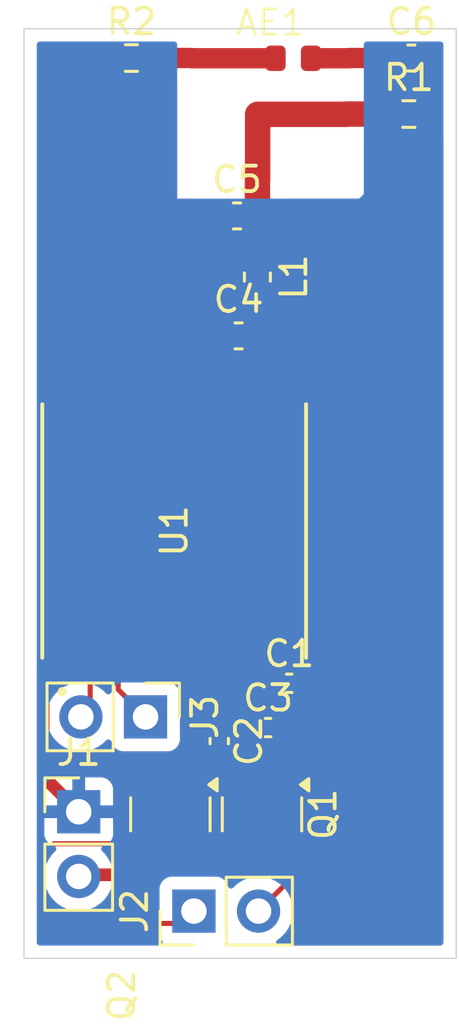
<source format=kicad_pcb>
(kicad_pcb (version 20240108) (generator "pcbnew") (generator_version "8.0")
  (layers (0 "F.Cu" signal) (31 "B.Cu" signal) (34 "B.Paste" user) (35 "F.Paste" user) (36 "B.SilkS" user "B.Silkscreen") (37 "F.SilkS" user "F.Silkscreen") (38 "B.Mask" user) (39 "F.Mask" user) (44 "Edge.Cuts" user))
  (net 0 "")
  (net 1 "Net-(AE1-A)")
  (net 2 "GND")
  (net 3 "Net-(Q1-S)")
  (net 4 "Net-(Q2-S)")
  (net 5 "+3.3V")
  (net 6 "~{GPS_PWR_EN}")
  (net 7 "~{GPS_RTC_PWR_EN}")
  (net 8 "GPS_UART_RX")
  (net 9 "GPS_UART_TX")
  (net 19 "Net-(U1-RF_IN)")
  (net 20 "Net-(C5-Pad2)")
  (footprint "Capacitor_SMD:C_0603_1608Metric" (layer "F.Cu") (at 163.93 63.24)
    (property "Reference" "C4" (at 0 -1.43 0) (layer "F.SilkS"))
    (property "Value" "DNP")
    (fp_line (start -0.14058 -0.51) (end 0.14058 -0.51) (stroke (width 0.12)) (layer "F.SilkS"))
    (fp_line (start -0.14058 0.51) (end 0.14058 0.51) (stroke (width 0.12)) (layer "F.SilkS"))
    (pad "1" smd roundrect (at -0.775 0) (size 0.9 0.95) (layers "F.Cu" "F.Paste" "F.Mask") (net 2 "GND"))
    (pad "2" smd roundrect (at 0.775 0) (size 0.9 0.95) (layers "F.Cu" "F.Paste" "F.Mask") (net 19 "Net-(U1-RF_IN)"))
  )
  (footprint "Connector_PinHeader_2.54mm:PinHeader_1x02_P2.54mm_Vertical" (layer "F.Cu") (at 162.175 85.825 90)
    (property "Reference" "J2" (at 0 -2.33 90) (layer "F.SilkS"))
    (property "Value" "EN")
    (fp_line (start -1.33 -1.33) (end 0 -1.33) (stroke (width 0.12)) (layer "F.SilkS"))
    (fp_line (start -1.33 0) (end -1.33 -1.33) (stroke (width 0.12)) (layer "F.SilkS"))
    (fp_line (start 1.33 1.27) (end 1.33 3.87) (stroke (width 0.12)) (layer "F.SilkS"))
    (fp_line (start -1.33 1.27) (end 1.33 1.27) (stroke (width 0.12)) (layer "F.SilkS"))
    (fp_line (start -1.33 1.27) (end -1.33 3.87) (stroke (width 0.12)) (layer "F.SilkS"))
    (fp_line (start -1.33 3.87) (end 1.33 3.87) (stroke (width 0.12)) (layer "F.SilkS"))
    (pad "1" thru_hole rect (at 0 0 90) (size 1.7 1.7) (drill 1) (layers "*.Cu" "*.Mask") (net 7 "~{GPS_RTC_PWR_EN}"))
    (pad "2" thru_hole oval (at 0 2.54 90) (size 1.7 1.7) (drill 1) (layers "*.Cu" "*.Mask") (net 6 "~{GPS_PWR_EN}"))
  )
  (footprint "Resistor_SMD:R_0603_1608Metric" (layer "F.Cu") (at 170.62 54.53)
    (property "Reference" "R1" (at 0 -1.43 0) (layer "F.SilkS"))
    (property "Value" "0")
    (fp_line (start -0.237258 -0.5225) (end 0.237258 -0.5225) (stroke (width 0.12)) (layer "F.SilkS"))
    (fp_line (start -0.237258 0.5225) (end 0.237258 0.5225) (stroke (width 0.12)) (layer "F.SilkS"))
    (pad "1" smd roundrect (at -0.825 0) (size 0.8 0.95) (layers "F.Cu" "F.Paste" "F.Mask") (net 20 "Net-(C5-Pad2)"))
    (pad "2" smd roundrect (at 0.825 0) (size 0.8 0.95) (layers "F.Cu" "F.Paste" "F.Mask") (net 2 "GND"))
  )
  (footprint "Resistor_SMD:R_0603_1608Metric" (layer "F.Cu") (at 159.72 52.33)
    (property "Reference" "R2" (at 0 -1.43 0) (layer "F.SilkS"))
    (property "Value" "0")
    (fp_line (start -0.237258 -0.5225) (end 0.237258 -0.5225) (stroke (width 0.12)) (layer "F.SilkS"))
    (fp_line (start -0.237258 0.5225) (end 0.237258 0.5225) (stroke (width 0.12)) (layer "F.SilkS"))
    (pad "1" smd roundrect (at -0.825 0) (size 0.8 0.95) (layers "F.Cu" "F.Paste" "F.Mask") (net 2 "GND"))
    (pad "2" smd roundrect (at 0.825 0) (size 0.8 0.95) (layers "F.Cu" "F.Paste" "F.Mask") (net 1 "Net-(AE1-A)"))
  )
  (footprint "Capacitor_SMD:C_0603_1608Metric" (layer "F.Cu") (at 170.72 52.33)
    (property "Reference" "C6" (at 0 -1.43 0) (layer "F.SilkS"))
    (property "Value" "10p")
    (fp_line (start -0.14058 -0.51) (end 0.14058 -0.51) (stroke (width 0.12)) (layer "F.SilkS"))
    (fp_line (start -0.14058 0.51) (end 0.14058 0.51) (stroke (width 0.12)) (layer "F.SilkS"))
    (pad "1" smd roundrect (at -0.775 0) (size 0.9 0.95) (layers "F.Cu" "F.Paste" "F.Mask") (net 1 "Net-(AE1-A)"))
    (pad "2" smd roundrect (at 0.775 0) (size 0.9 0.95) (layers "F.Cu" "F.Paste" "F.Mask") (net 2 "GND"))
  )
  (footprint "Capacitor_SMD:C_0603_1608Metric" (layer "F.Cu") (at 163.87 58.53)
    (property "Reference" "C5" (at 0 -1.43 0) (layer "F.SilkS"))
    (property "Value" "DNP")
    (fp_line (start -0.14058 -0.51) (end 0.14058 -0.51) (stroke (width 0.12)) (layer "F.SilkS"))
    (fp_line (start -0.14058 0.51) (end 0.14058 0.51) (stroke (width 0.12)) (layer "F.SilkS"))
    (pad "1" smd roundrect (at -0.775 0) (size 0.9 0.95) (layers "F.Cu" "F.Paste" "F.Mask") (net 2 "GND"))
    (pad "2" smd roundrect (at 0.775 0) (size 0.9 0.95) (layers "F.Cu" "F.Paste" "F.Mask") (net 20 "Net-(C5-Pad2)"))
  )
  (footprint "Capacitor_SMD:C_0402_1005Metric" (layer "F.Cu") (at 165.92 76.88)
    (property "Reference" "C1" (at 0 -1.16 0) (layer "F.SilkS"))
    (property "Value" "10n")
    (fp_line (start -0.107836 -0.36) (end 0.107836 -0.36) (stroke (width 0.12)) (layer "F.SilkS"))
    (fp_line (start -0.107836 0.36) (end 0.107836 0.36) (stroke (width 0.12)) (layer "F.SilkS"))
    (pad "1" smd roundrect (at -0.48 0) (size 0.56 0.62) (layers "F.Cu" "F.Paste" "F.Mask") (net 3 "Net-(Q1-S)"))
    (pad "2" smd roundrect (at 0.48 0) (size 0.56 0.62) (layers "F.Cu" "F.Paste" "F.Mask") (net 2 "GND"))
  )
  (footprint "Capacitor_SMD:C_0402_1005Metric" (layer "F.Cu") (at 163.17 79.15 -90)
    (property "Reference" "C2" (at 0 -1.16 90) (layer "F.SilkS"))
    (property "Value" "100n")
    (fp_line (start -0.107836 0.36) (end 0.107836 0.36) (stroke (width 0.12)) (layer "F.SilkS"))
    (fp_line (start -0.107836 -0.36) (end 0.107836 -0.36) (stroke (width 0.12)) (layer "F.SilkS"))
    (pad "1" smd roundrect (at -0.48 0 270) (size 0.56 0.62) (layers "F.Cu" "F.Paste" "F.Mask") (net 4 "Net-(Q2-S)"))
    (pad "2" smd roundrect (at 0.48 0 270) (size 0.56 0.62) (layers "F.Cu" "F.Paste" "F.Mask") (net 2 "GND"))
  )
  (footprint "Connector_PinHeader_2.54mm:PinHeader_1x02_P2.54mm_Vertical" (layer "F.Cu") (at 157.65 81.925)
    (property "Reference" "J1" (at 0 -2.33 0) (layer "F.SilkS"))
    (property "Value" "PWR")
    (fp_line (start -1.33 -1.33) (end 0 -1.33) (stroke (width 0.12)) (layer "F.SilkS"))
    (fp_line (start -1.33 0) (end -1.33 -1.33) (stroke (width 0.12)) (layer "F.SilkS"))
    (fp_line (start -1.33 1.27) (end -1.33 3.87) (stroke (width 0.12)) (layer "F.SilkS"))
    (fp_line (start -1.33 1.27) (end 1.33 1.27) (stroke (width 0.12)) (layer "F.SilkS"))
    (fp_line (start -1.33 3.87) (end 1.33 3.87) (stroke (width 0.12)) (layer "F.SilkS"))
    (fp_line (start 1.33 1.27) (end 1.33 3.87) (stroke (width 0.12)) (layer "F.SilkS"))
    (pad "1" thru_hole rect (at 0 0) (size 1.7 1.7) (drill 1) (layers "*.Cu" "*.Mask") (net 2 "GND"))
    (pad "2" thru_hole oval (at 0 2.54) (size 1.7 1.7) (drill 1) (layers "*.Cu" "*.Mask") (net 5 "+3.3V"))
  )
  (footprint "Connector_PinHeader_2.54mm:PinHeader_1x02_P2.54mm_Vertical" (layer "F.Cu") (at 160.275 78.2 -90)
    (property "Reference" "J3" (at 0 -2.33 90) (layer "F.SilkS"))
    (property "Value" "UART")
    (fp_line (start -1.33 3.87) (end 1.33 3.87) (stroke (width 0.12)) (layer "F.SilkS"))
    (fp_line (start -1.33 1.27) (end -1.33 3.87) (stroke (width 0.12)) (layer "F.SilkS"))
    (fp_line (start -1.33 1.27) (end 1.33 1.27) (stroke (width 0.12)) (layer "F.SilkS"))
    (fp_line (start 1.33 1.27) (end 1.33 3.87) (stroke (width 0.12)) (layer "F.SilkS"))
    (fp_line (start -1.33 0) (end -1.33 -1.33) (stroke (width 0.12)) (layer "F.SilkS"))
    (fp_line (start -1.33 -1.33) (end 0 -1.33) (stroke (width 0.12)) (layer "F.SilkS"))
    (pad "1" thru_hole rect (at 0 0 270) (size 1.7 1.7) (drill 1) (layers "*.Cu" "*.Mask") (net 9 "GPS_UART_TX"))
    (pad "2" thru_hole oval (at 0 2.54 270) (size 1.7 1.7) (drill 1) (layers "*.Cu" "*.Mask") (net 8 "GPS_UART_RX"))
  )
  (footprint "PicoAPRS-CustomFootprints:AC30157-01 GNSS Ceramic Chip" (layer "F.Cu") (at 165.18 54.64)
    (property "Reference" "AE1" (at 0 -3.7 0) (layer "F.SilkS") (effects (font (thickness 0.1))))
    (property "Value" "Antenna")
    (fp_line (start -0.5 -0.1) (end 3 -0.1) (stroke (width 1)) (layer "F.Cu"))
    (fp_line (start -0.5 2.5) (end -0.5 0) (stroke (width 1)) (layer "F.Cu"))
    (fp_line (start 0.2 -2.3) (end -3.1 -2.3) (stroke (width 0.8)) (layer "F.Cu"))
    (fp_line (start 1.6 -2.3) (end 3.1 -2.3) (stroke (width 0.8)) (layer "F.Cu"))
    (pad "1" smd roundrect (at 1.6 -2.3 180) (size 0.8 1) (layers "F.Cu" "F.Paste" "F.Mask") (net 1 "Net-(AE1-A)"))
    (pad "2" smd roundrect (at 0.2 -2.3 180) (size 0.8 1) (layers "F.Cu" "F.Paste" "F.Mask") (net 1 "Net-(AE1-A)"))
  )
  (footprint "Inductor_SMD:L_0603_1608Metric" (layer "F.Cu") (at 164.67 60.93 -90)
    (property "Reference" "L1" (at 0 -1.43 90) (layer "F.SilkS"))
    (property "Value" "2.0n")
    (fp_line (start -0.162779 0.51) (end 0.162779 0.51) (stroke (width 0.12)) (layer "F.SilkS"))
    (fp_line (start -0.162779 -0.51) (end 0.162779 -0.51) (stroke (width 0.12)) (layer "F.SilkS"))
    (pad "1" smd roundrect (at -0.7875 0 270) (size 0.875 0.95) (layers "F.Cu" "F.Paste" "F.Mask") (net 20 "Net-(C5-Pad2)"))
    (pad "2" smd roundrect (at 0.7875 0 270) (size 0.875 0.95) (layers "F.Cu" "F.Paste" "F.Mask") (net 19 "Net-(U1-RF_IN)"))
  )
  (footprint "Package_TO_SOT_SMD:SOT-23" (layer "F.Cu") (at 161.25 82.025 -90)
    (property "Reference" "Q2" (at 7.11 1.915 90) (layer "F.SilkS"))
    (property "Value" "BSS84")
    (fp_line (start 0 1.56) (end -0.65 1.56) (stroke (width 0.12)) (layer "F.SilkS"))
    (fp_line (start 0 1.56) (end 0.65 1.56) (stroke (width 0.12)) (layer "F.SilkS"))
    (fp_line (start 0 -1.56) (end -0.65 -1.56) (stroke (width 0.12)) (layer "F.SilkS"))
    (fp_line (start 0 -1.56) (end 0.65 -1.56) (stroke (width 0.12)) (layer "F.SilkS"))
    (fp_poly (pts (xy -1.1625 -1.51) (xy -1.4025 -1.84) (xy -0.9225 -1.84) (xy -1.1625 -1.51)) (stroke (width 0.12)) (fill solid) (layer "F.SilkS"))
    (pad "1" smd roundrect (at -0.9375 -0.95 270) (size 1.475 0.6) (layers "F.Cu" "F.Paste" "F.Mask") (net 7 "~{GPS_RTC_PWR_EN}"))
    (pad "2" smd roundrect (at -0.9375 0.95 270) (size 1.475 0.6) (layers "F.Cu" "F.Paste" "F.Mask") (net 4 "Net-(Q2-S)"))
    (pad "3" smd roundrect (at 0.9375 0 270) (size 1.475 0.6) (layers "F.Cu" "F.Paste" "F.Mask") (net 5 "+3.3V"))
  )
  (footprint "PicoAPRS Custom Parts:MOD18_MAX-M10M_UBL" (layer "F.Cu") (at 161.4 70.9008 90)
    (property "Reference" "U1" (at 0 0 90) (layer "F.SilkS"))
    (property "Value" "MAX-M10M-00B")
    (fp_line (start 4.9784 -5.1816) (end -4.9784 -5.1816) (stroke (width 0.1524)) (layer "F.SilkS"))
    (fp_line (start -4.9784 5.1816) (end 4.9784 5.1816) (stroke (width 0.1524)) (layer "F.SilkS"))
    (fp_circle (center -6.307 -4.4) (end -6.2054 -4.4) (stroke (width 0.1524)) (fill none) (layer "F.SilkS"))
    (pad "1" smd rect (at -4.4577 -4.399999 90) (size 1.397 0.8382) (layers "F.Cu" "F.Paste" "F.Mask") (net 2 "GND"))
    (pad "2" smd rect (at -4.4577 -3.300001 90) (size 1.397 0.8382) (layers "F.Cu" "F.Paste" "F.Mask") (net 8 "GPS_UART_RX"))
    (pad "3" smd rect (at -4.4577 -2.200001 90) (size 1.397 0.8382) (layers "F.Cu" "F.Paste" "F.Mask") (net 9 "GPS_UART_TX"))
    (pad "4" smd rect (at -4.4577 -1.1 90) (size 1.397 0.8382) (layers "F.Cu" "F.Paste" "F.Mask"))
    (pad "5" smd rect (at -4.4577 0 90) (size 1.397 0.8382) (layers "F.Cu" "F.Paste" "F.Mask"))
    (pad "6" smd rect (at -4.4577 1.1 90) (size 1.397 0.8382) (layers "F.Cu" "F.Paste" "F.Mask") (net 4 "Net-(Q2-S)"))
    (pad "7" smd rect (at -4.4577 2.200001 90) (size 1.397 0.8382) (layers "F.Cu" "F.Paste" "F.Mask") (net 3 "Net-(Q1-S)"))
    (pad "8" smd rect (at -4.4577 3.300001 90) (size 1.397 0.8382) (layers "F.Cu" "F.Paste" "F.Mask") (net 3 "Net-(Q1-S)"))
    (pad "9" smd rect (at -4.4577 4.400001 90) (size 1.397 0.8382) (layers "F.Cu" "F.Paste" "F.Mask"))
    (pad "10" smd rect (at 4.4577 4.399999 90) (size 1.397 0.8382) (layers "F.Cu" "F.Paste" "F.Mask") (net 2 "GND"))
    (pad "11" smd rect (at 4.4577 3.300001 90) (size 1.397 0.8382) (layers "F.Cu" "F.Paste" "F.Mask") (net 19 "Net-(U1-RF_IN)"))
    (pad "12" smd rect (at 4.4577 2.200001 90) (size 1.397 0.8382) (layers "F.Cu" "F.Paste" "F.Mask") (net 2 "GND"))
    (pad "13" smd rect (at 4.4577 1.1 90) (size 1.397 0.8382) (layers "F.Cu" "F.Paste" "F.Mask"))
    (pad "14" smd rect (at 4.4577 0 90) (size 1.397 0.8382) (layers "F.Cu" "F.Paste" "F.Mask"))
    (pad "15" smd rect (at 4.4577 -1.1 90) (size 1.397 0.8382) (layers "F.Cu" "F.Paste" "F.Mask"))
    (pad "16" smd rect (at 4.4577 -2.200001 90) (size 1.397 0.8382) (layers "F.Cu" "F.Paste" "F.Mask"))
    (pad "17" smd rect (at 4.4577 -3.300001 90) (size 1.397 0.8382) (layers "F.Cu" "F.Paste" "F.Mask"))
    (pad "18" smd rect (at 4.4577 -4.400001 90) (size 1.397 0.8382) (layers "F.Cu" "F.Paste" "F.Mask"))
  )
  (footprint "Capacitor_SMD:C_0402_1005Metric" (layer "F.Cu") (at 165.09 78.62)
    (property "Reference" "C3" (at 0 -1.16 0) (layer "F.SilkS"))
    (property "Value" "100n")
    (fp_line (start -0.107836 -0.36) (end 0.107836 -0.36) (stroke (width 0.12)) (layer "F.SilkS"))
    (fp_line (start -0.107836 0.36) (end 0.107836 0.36) (stroke (width 0.12)) (layer "F.SilkS"))
    (pad "1" smd roundrect (at -0.48 0) (size 0.56 0.62) (layers "F.Cu" "F.Paste" "F.Mask") (net 3 "Net-(Q1-S)"))
    (pad "2" smd roundrect (at 0.48 0) (size 0.56 0.62) (layers "F.Cu" "F.Paste" "F.Mask") (net 2 "GND"))
  )
  (footprint "Package_TO_SOT_SMD:SOT-23" (layer "F.Cu") (at 164.85 82.025 -90)
    (property "Reference" "Q1" (at 0 -2.4 90) (layer "F.SilkS"))
    (property "Value" "BSS84")
    (fp_line (start 0 1.56) (end -0.65 1.56) (stroke (width 0.12)) (layer "F.SilkS"))
    (fp_line (start 0 1.56) (end 0.65 1.56) (stroke (width 0.12)) (layer "F.SilkS"))
    (fp_line (start 0 -1.56) (end -0.65 -1.56) (stroke (width 0.12)) (layer "F.SilkS"))
    (fp_line (start 0 -1.56) (end 0.65 -1.56) (stroke (width 0.12)) (layer "F.SilkS"))
    (fp_poly (pts (xy -1.1625 -1.51) (xy -1.4025 -1.84) (xy -0.9225 -1.84) (xy -1.1625 -1.51)) (stroke (width 0.12)) (fill solid) (layer "F.SilkS"))
    (pad "1" smd roundrect (at -0.9375 -0.95 270) (size 1.475 0.6) (layers "F.Cu" "F.Paste" "F.Mask") (net 6 "~{GPS_PWR_EN}"))
    (pad "2" smd roundrect (at -0.9375 0.95 270) (size 1.475 0.6) (layers "F.Cu" "F.Paste" "F.Mask") (net 3 "Net-(Q1-S)"))
    (pad "3" smd roundrect (at 0.9375 0 270) (size 1.475 0.6) (layers "F.Cu" "F.Paste" "F.Mask") (net 5 "+3.3V"))
  )
  (gr_line (start 169.92 52.33) (end 168.28 52.33) (stroke (width 0.8)) (layer "F.Cu") (net 1))
  (gr_line (start 160.52 52.33) (end 162.08 52.33) (stroke (width 0.8)) (layer "F.Cu") (net 1))
  (gr_line (start 169.72 54.53) (end 168.18 54.53) (stroke (width 1)) (layer "F.Cu") (net 20))
  (gr_line (start 164.67 60.06) (end 164.67 57.14) (stroke (width 1)) (layer "F.Cu") (net 20))
  (gr_rect (start 155.5 51.18) (end 172.48 87.68) (stroke (width 0.05)) (fill none) (layer "Edge.Cuts"))
  (segment (start 157.000001 75.3585) (end 156.25 76.108501) (width 0.5) (layer "F.Cu") (net 2))
  (segment (start 156.25 80.525) (end 157.65 81.925) (width 0.5) (layer "F.Cu") (net 2))
  (segment (start 156.25 76.108501) (end 156.25 80.525) (width 0.5) (layer "F.Cu") (net 2))
  (segment (start 164.700001 77.199999) (end 164.700001 76.89) (width 0.5) (layer "F.Cu") (net 3))
  (segment (start 163.9 78) (end 164.700001 77.199999) (width 0.5) (layer "F.Cu") (net 3))
  (segment (start 164.710001 76.88) (end 164.700001 76.89) (width 0.2) (layer "F.Cu") (net 3))
  (segment (start 165.44 76.88) (end 164.710001 76.88) (width 0.2) (layer "F.Cu") (net 3))
  (segment (start 164.61 78.62) (end 164.52 78.62) (width 0.2) (layer "F.Cu") (net 3))
  (segment (start 163.9 78) (end 163.600001 77.700001) (width 0.5) (layer "F.Cu") (net 3))
  (segment (start 163.9 79.33) (end 164.61 78.62) (width 0.4) (layer "F.Cu") (net 3))
  (segment (start 164.52 78.62) (end 163.9 78) (width 0.5) (layer "F.Cu") (net 3))
  (segment (start 163.600001 77.700001) (end 163.600001 75.3585) (width 0.5) (layer "F.Cu") (net 3))
  (segment (start 164.700001 76.89) (end 164.700001 75.3585) (width 0.5) (layer "F.Cu") (net 3))
  (segment (start 163.9 81.0875) (end 163.9 79.33) (width 0.4) (layer "F.Cu") (net 3))
  (segment (start 162.2691 75.5894) (end 162.5 75.3585) (width 0.5) (layer "F.Cu") (net 4))
  (segment (start 162.2691 79.1184) (end 162.2691 78.67) (width 0.5) (layer "F.Cu") (net 4))
  (segment (start 163.17 78.67) (end 162.2691 78.67) (width 0.5) (layer "F.Cu") (net 4))
  (segment (start 162.2691 78.67) (end 162.2691 75.5894) (width 0.5) (layer "F.Cu") (net 4))
  (segment (start 160.3 81.0875) (end 162.2691 79.1184) (width 0.5) (layer "F.Cu") (net 4))
  (segment (start 161.25 82.9625) (end 159.8125 84.4) (width 0.5) (layer "F.Cu") (net 5))
  (segment (start 159.8125 84.4) (end 157.715 84.4) (width 0.5) (layer "F.Cu") (net 5))
  (segment (start 164.85 82.9625) (end 161.25 82.9625) (width 0.5) (layer "F.Cu") (net 5))
  (segment (start 165.8 84.74) (end 164.715 85.825) (width 0.2) (layer "F.Cu") (net 6))
  (segment (start 165.8 81.0875) (end 165.8 84.74) (width 0.2) (layer "F.Cu") (net 6))
  (segment (start 161.746948 81.0875) (end 159.654448 83.18) (width 0.2) (layer "F.Cu") (net 7))
  (segment (start 159.654448 83.18) (end 156.68 83.18) (width 0.2) (layer "F.Cu") (net 7))
  (segment (start 156.13 83.73) (end 156.13 85.77) (width 0.2) (layer "F.Cu") (net 7))
  (segment (start 156.13 85.77) (end 156.67 86.31) (width 0.2) (layer "F.Cu") (net 7))
  (segment (start 162.2 81.0875) (end 161.746948 81.0875) (width 0.2) (layer "F.Cu") (net 7))
  (segment (start 156.68 83.18) (end 156.13 83.73) (width 0.2) (layer "F.Cu") (net 7))
  (segment (start 162.2 85.8) (end 162.175 85.825) (width 0.2) (layer "F.Cu") (net 7))
  (segment (start 161.69 86.31) (end 162.175 85.825) (width 0.2) (layer "F.Cu") (net 7))
  (segment (start 156.67 86.31) (end 161.69 86.31) (width 0.2) (layer "F.Cu") (net 7))
  (segment (start 158.099999 77.835001) (end 158.099999 75.3585) (width 0.2) (layer "F.Cu") (net 8))
  (segment (start 157.735 78.2) (end 158.099999 77.835001) (width 0.2) (layer "F.Cu") (net 8))
  (segment (start 160.275 78.2) (end 159.199999 77.124999) (width 0.2) (layer "F.Cu") (net 9))
  (segment (start 159.199999 77.124999) (end 159.199999 75.3585) (width 0.2) (layer "F.Cu") (net 9))
  (segment (start 164.705 63.24) (end 164.705 66.438101) (width 0.8) (layer "F.Cu") (net 19))
  (segment (start 164.705 66.438101) (end 164.700001 66.4431) (width 0.2) (layer "F.Cu") (net 19))
  (segment (start 164.680001 63.264999) (end 164.705 63.24) (width 0.2) (layer "F.Cu") (net 19))
  (zone (net 0) (net_name "") (layer "F.Cu") (connect_pads (clearance 0)) (min_thickness 0.25)
    (keepout (tracks allowed) (vias allowed) (pads allowed) (copperpour not_allowed) (footprints allowed))
    (fill (thermal_gap 0.5) (thermal_bridge_width 0.5))
    (polygon (pts (xy 155.93 67.44) (xy 166.8 67.44) (xy 166.81 67.45) (xy 166.81 74.32) (xy 155.97 74.32) (xy 155.93 74.28)))
  )
  (zone (net 0) (net_name "") (layer "F.Cu") (connect_pads (clearance 0)) (min_thickness 0.25)
    (keepout (tracks allowed) (vias allowed) (pads allowed) (copperpour not_allowed) (footprints allowed))
    (fill (thermal_gap 0.5) (thermal_bridge_width 0.5))
    (polygon (pts (xy 164.35 79.09) (xy 165.94 79.09) (xy 165.94 81.77) (xy 165.71 82) (xy 164.54 82) (xy 164.31 81.77) (xy 164.31 79.08) (xy 164.35 79.08)))
  )
  (zone (net 0) (net_name "") (layers "F&B.Cu") (name "Antenna Keepout") (connect_pads (clearance 0)) (min_thickness 0.25)
    (keepout (tracks allowed) (vias allowed) (pads allowed) (copperpour not_allowed) (footprints allowed))
    (fill (thermal_gap 0.5) (thermal_bridge_width 0.5))
    (polygon (pts (xy 161.52 57.85) (xy 168.67 57.85) (xy 168.85 57.67) (xy 168.85 51.53) (xy 168.8 51.48) (xy 161.71 51.48) (xy 161.52 51.67)))
  )
  (zone (net 2) (net_name "GND") (layers "F&B.Cu") (connect_pads (clearance 0.5)) (min_thickness 0.25) (fill yes (thermal_gap 0.5) (thermal_bridge_width 0.5))
    (polygon (pts (xy 155.45 51.26) (xy 172.61 51.26) (xy 172.61 87.97) (xy 172.36 88.22) (xy 155.12 88.22) (xy 155.12 51.5) (xy 155.41 51.21) (xy 155.41 51.22)))
  )
)
</source>
